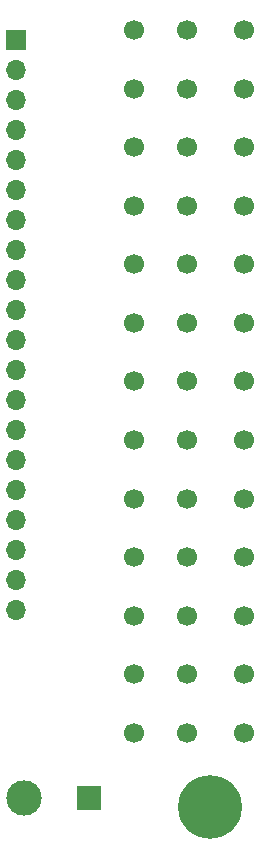
<source format=gbr>
%TF.GenerationSoftware,KiCad,Pcbnew,(5.1.6-0-10_14)*%
%TF.CreationDate,2020-08-23T22:04:21+02:00*%
%TF.ProjectId,cv_expander,63765f65-7870-4616-9e64-65722e6b6963,rev?*%
%TF.SameCoordinates,Original*%
%TF.FileFunction,Soldermask,Top*%
%TF.FilePolarity,Negative*%
%FSLAX46Y46*%
G04 Gerber Fmt 4.6, Leading zero omitted, Abs format (unit mm)*
G04 Created by KiCad (PCBNEW (5.1.6-0-10_14)) date 2020-08-23 22:04:21*
%MOMM*%
%LPD*%
G01*
G04 APERTURE LIST*
%ADD10R,2.000000X2.000000*%
%ADD11C,1.700000*%
%ADD12C,3.000000*%
%ADD13O,1.700000X1.700000*%
%ADD14R,1.700000X1.700000*%
%ADD15C,5.400000*%
G04 APERTURE END LIST*
D10*
%TO.C,TP2*%
X142000000Y-147000000D03*
%TD*%
D11*
%TO.C,J7*%
X155100000Y-106791665D03*
X150300000Y-106791665D03*
X145800000Y-106791665D03*
%TD*%
%TO.C,J6*%
X155100000Y-101833332D03*
X150300000Y-101833332D03*
X145800000Y-101833332D03*
%TD*%
%TO.C,J5*%
X155100000Y-96874999D03*
X150300000Y-96874999D03*
X145800000Y-96874999D03*
%TD*%
%TO.C,J4*%
X155100000Y-91916666D03*
X150300000Y-91916666D03*
X145800000Y-91916666D03*
%TD*%
%TO.C,J3*%
X155100000Y-86958333D03*
X150300000Y-86958333D03*
X145800000Y-86958333D03*
%TD*%
%TO.C,J2*%
X155100000Y-82000000D03*
X150300000Y-82000000D03*
X145800000Y-82000000D03*
%TD*%
%TO.C,J14*%
X155100000Y-141500000D03*
X150300000Y-141500000D03*
X145800000Y-141500000D03*
%TD*%
%TO.C,J13*%
X155100000Y-136541663D03*
X150300000Y-136541663D03*
X145800000Y-136541663D03*
%TD*%
%TO.C,J12*%
X155100000Y-131583330D03*
X150300000Y-131583330D03*
X145800000Y-131583330D03*
%TD*%
%TO.C,J11*%
X155100000Y-126624997D03*
X150300000Y-126624997D03*
X145800000Y-126624997D03*
%TD*%
%TO.C,J10*%
X155100000Y-121666664D03*
X150300000Y-121666664D03*
X145800000Y-121666664D03*
%TD*%
%TO.C,J9*%
X155100000Y-116708331D03*
X150300000Y-116708331D03*
X145800000Y-116708331D03*
%TD*%
%TO.C,J8*%
X155100000Y-111749998D03*
X150300000Y-111749998D03*
X145800000Y-111749998D03*
%TD*%
D12*
%TO.C,GND*%
X136500000Y-147000000D03*
%TD*%
D13*
%TO.C,J1*%
X135812000Y-131064000D03*
X135812000Y-128524000D03*
X135812000Y-125984000D03*
X135812000Y-123444000D03*
X135812000Y-120904000D03*
X135812000Y-118364000D03*
X135812000Y-115824000D03*
X135812000Y-113284000D03*
X135812000Y-110744000D03*
X135812000Y-108204000D03*
X135812000Y-105664000D03*
X135812000Y-103124000D03*
X135812000Y-100584000D03*
X135812000Y-98044000D03*
X135812000Y-95504000D03*
X135812000Y-92964000D03*
X135812000Y-90424000D03*
X135812000Y-87884000D03*
X135812000Y-85344000D03*
D14*
X135812000Y-82804000D03*
%TD*%
D15*
%TO.C,H1*%
X152250000Y-147750000D03*
%TD*%
M02*

</source>
